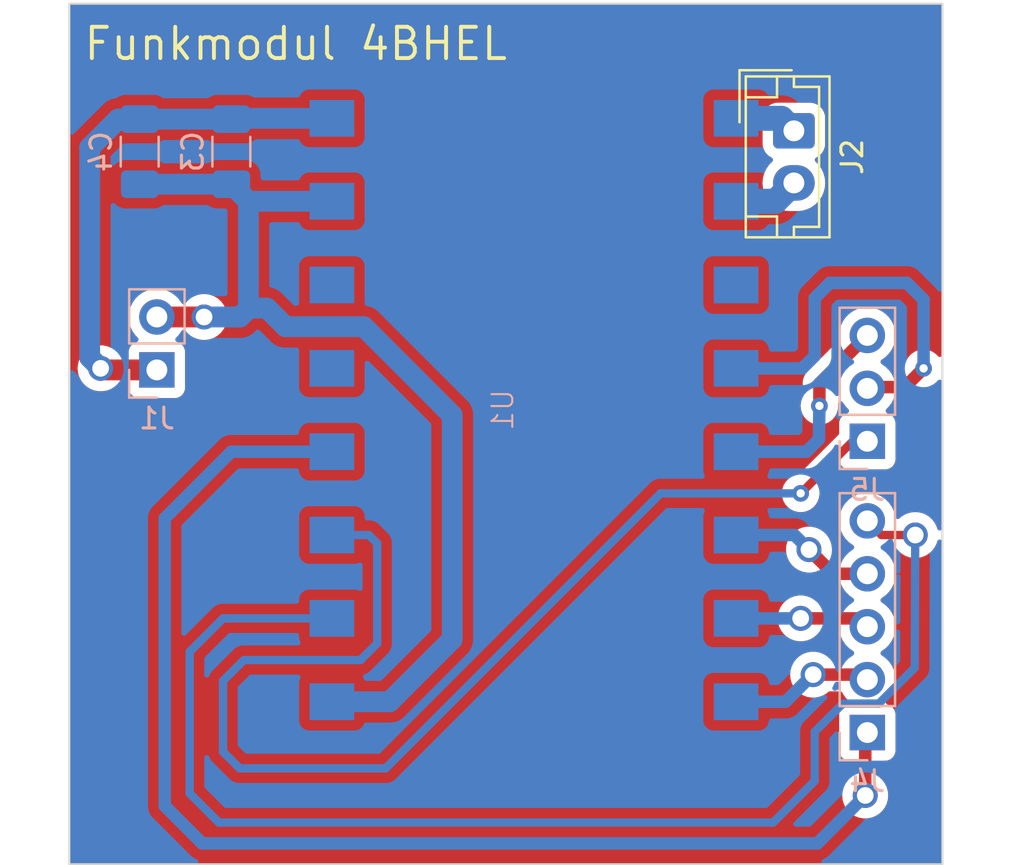
<source format=kicad_pcb>
(kicad_pcb (version 20221018) (generator pcbnew)
  (layers (0 "F.Cu" signal) (1 "In1.Cu" signal) (2 "In2.Cu" signal) (31 "B.Cu" signal) (34 "B.Paste" user) (35 "F.Paste" user) (36 "B.SilkS" user "B.Silkscreen") (37 "F.SilkS" user "F.Silkscreen") (38 "B.Mask" user) (39 "F.Mask" user) (44 "Edge.Cuts" user))
  (net 0 "")
  (net 1 "+5V")
  (net 2 "GND")
  (net 3 "/ESP_5V")
  (net 4 "/SDN")
  (net 5 "/SCLK")
  (net 6 "/SDI")
  (net 7 "/SDO")
  (net 8 "/nSEL")
  (net 9 "/nIRQ")
  (net 10 "/GPIO0")
  (net 11 "/GPIO1")
  (net 12 "/Antenne")
  (net 13 "/gnd")
  (net 14 "/NC_1")
  (net 15 "/NC_2")
  (net 16 "/NC_3")
  (footprint "Connector_JST:JST_EH_B2B-EH-A_1x02_P2.50mm_Vertical" (layer "F.Cu") (at 161.475 87 -90)
    (fp_text reference "J2" (at 1.25 -2.8 90) (layer "F.SilkS"))
    (fp_text value "Conn_01x02_Socket")
    (fp_line (start -2.91 0.11) (end -2.91 2.61) (stroke (width 0.12)) (layer "F.SilkS"))
    (fp_line (start -2.91 2.61) (end -0.41 2.61) (stroke (width 0.12)) (layer "F.SilkS"))
    (fp_line (start -2.61 -1.71) (end -2.61 2.31) (stroke (width 0.12)) (layer "F.SilkS"))
    (fp_line (start -2.61 0) (end -2.11 0) (stroke (width 0.12)) (layer "F.SilkS"))
    (fp_line (start -2.61 0.81) (end -1.61 0.81) (stroke (width 0.12)) (layer "F.SilkS"))
    (fp_line (start -2.61 2.31) (end 5.11 2.31) (stroke (width 0.12)) (layer "F.SilkS"))
    (fp_line (start -2.11 -1.21) (end 4.61 -1.21) (stroke (width 0.12)) (layer "F.SilkS"))
    (fp_line (start -2.11 0) (end -2.11 -1.21) (stroke (width 0.12)) (layer "F.SilkS"))
    (fp_line (start -1.61 0.81) (end -1.61 2.31) (stroke (width 0.12)) (layer "F.SilkS"))
    (fp_line (start 4.11 0.81) (end 4.11 2.31) (stroke (width 0.12)) (layer "F.SilkS"))
    (fp_line (start 4.61 -1.21) (end 4.61 0) (stroke (width 0.12)) (layer "F.SilkS"))
    (fp_line (start 4.61 0) (end 5.11 0) (stroke (width 0.12)) (layer "F.SilkS"))
    (fp_line (start 5.11 -1.71) (end -2.61 -1.71) (stroke (width 0.12)) (layer "F.SilkS"))
    (fp_line (start 5.11 0.81) (end 4.11 0.81) (stroke (width 0.12)) (layer "F.SilkS"))
    (fp_line (start 5.11 2.31) (end 5.11 -1.71) (stroke (width 0.12)) (layer "F.SilkS"))
    (pad "1" thru_hole roundrect (at 0 0 270) (size 1.7 2) (drill 1) (layers "*.Cu" "*.Mask") (roundrect_rratio 0.1470588235))
    (pad "2" thru_hole oval (at 2.5 0 270) (size 1.7 2) (drill 1) (layers "*.Cu" "*.Mask"))
  )
  (footprint "Capacitor_SMD:C_1206_3216Metric_Pad1.33x1.80mm_HandSolder" (layer "B.Cu") (at 130.075 88 -90)
    (fp_text reference "C4" (at 0 1.85 90) (layer "B.SilkS") (effects (justify mirror)))
    (fp_text value "47u")
    (fp_line (start -0.711252 -0.91) (end 0.711252 -0.91) (stroke (width 0.12)) (layer "B.SilkS"))
    (fp_line (start -0.711252 0.91) (end 0.711252 0.91) (stroke (width 0.12)) (layer "B.SilkS"))
    (pad "1" smd roundrect (at -1.5625 0 270) (size 1.325 1.8) (layers "B.Cu" "B.Paste" "B.Mask") (roundrect_rratio 0.1886792453))
    (pad "2" smd roundrect (at 1.5625 0 270) (size 1.325 1.8) (layers "B.Cu" "B.Paste" "B.Mask") (roundrect_rratio 0.1886792453))
  )
  (footprint "Connector_PinHeader_2.54mm:PinHeader_1x02_P2.54mm_Vertical" (layer "B.Cu") (at 130.9 98.475)
    (fp_text reference "J1" (at 0 2.33) (layer "B.SilkS") (effects (justify mirror)))
    (fp_text value "Conn_01x02_Socket")
    (fp_line (start -1.33 -3.87) (end 1.33 -3.87) (stroke (width 0.12)) (layer "B.SilkS"))
    (fp_line (start -1.33 -1.27) (end -1.33 -3.87) (stroke (width 0.12)) (layer "B.SilkS"))
    (fp_line (start -1.33 -1.27) (end 1.33 -1.27) (stroke (width 0.12)) (layer "B.SilkS"))
    (fp_line (start -1.33 0) (end -1.33 1.33) (stroke (width 0.12)) (layer "B.SilkS"))
    (fp_line (start -1.33 1.33) (end 0 1.33) (stroke (width 0.12)) (layer "B.SilkS"))
    (fp_line (start 1.33 -1.27) (end 1.33 -3.87) (stroke (width 0.12)) (layer "B.SilkS"))
    (pad "1" thru_hole rect (at 0 0) (size 1.7 1.7) (drill 1) (layers "*.Cu" "*.Mask") (net 3 "/ESP_5V"))
    (pad "2" thru_hole oval (at 0 -2.54) (size 1.7 1.7) (drill 1) (layers "*.Cu" "*.Mask") (net 2 "GND"))
  )
  (footprint "Capacitor_SMD:C_1206_3216Metric_Pad1.33x1.80mm_HandSolder" (layer "B.Cu") (at 134.475 88 -90)
    (fp_text reference "C3" (at 0 1.85 90) (layer "B.SilkS") (effects (justify mirror)))
    (fp_text value "100n")
    (fp_line (start -0.711252 -0.91) (end 0.711252 -0.91) (stroke (width 0.12)) (layer "B.SilkS"))
    (fp_line (start -0.711252 0.91) (end 0.711252 0.91) (stroke (width 0.12)) (layer "B.SilkS"))
    (pad "1" smd roundrect (at -1.5625 0 270) (size 1.325 1.8) (layers "B.Cu" "B.Paste" "B.Mask") (roundrect_rratio 0.1886792453))
    (pad "2" smd roundrect (at 1.5625 0 270) (size 1.325 1.8) (layers "B.Cu" "B.Paste" "B.Mask") (roundrect_rratio 0.1886792453))
  )
  (footprint "Connector_PinHeader_2.54mm:PinHeader_1x05_P2.54mm_Vertical" (layer "B.Cu") (at 165 115.88)
    (fp_text reference "J4" (at 0 2.33) (layer "B.SilkS") (effects (justify mirror)))
    (fp_text value "Conn_01x05_Socket")
    (fp_line (start -1.33 -11.49) (end 1.33 -11.49) (stroke (width 0.12)) (layer "B.SilkS"))
    (fp_line (start -1.33 -1.27) (end -1.33 -11.49) (stroke (width 0.12)) (layer "B.SilkS"))
    (fp_line (start -1.33 -1.27) (end 1.33 -1.27) (stroke (width 0.12)) (layer "B.SilkS"))
    (fp_line (start -1.33 0) (end -1.33 1.33) (stroke (width 0.12)) (layer "B.SilkS"))
    (fp_line (start -1.33 1.33) (end 0 1.33) (stroke (width 0.12)) (layer "B.SilkS"))
    (fp_line (start 1.33 -1.27) (end 1.33 -11.49) (stroke (width 0.12)) (layer "B.SilkS"))
    (pad "1" thru_hole rect (at 0 0) (size 1.7 1.7) (drill 1) (layers "*.Cu" "*.Mask") (net 4 "/SDN"))
    (pad "2" thru_hole oval (at 0 -2.54) (size 1.7 1.7) (drill 1) (layers "*.Cu" "*.Mask") (net 5 "/SCLK"))
    (pad "3" thru_hole oval (at 0 -5.08) (size 1.7 1.7) (drill 1) (layers "*.Cu" "*.Mask") (net 6 "/SDI"))
    (pad "4" thru_hole oval (at 0 -7.62) (size 1.7 1.7) (drill 1) (layers "*.Cu" "*.Mask") (net 7 "/SDO"))
    (pad "5" thru_hole oval (at 0 -10.16) (size 1.7 1.7) (drill 1) (layers "*.Cu" "*.Mask") (net 8 "/nSEL"))
  )
  (footprint "RF:Si4463" (layer "B.Cu") (at 149 100.4 -90)
    (fp_text reference "U1" (at 0 1.5 90 unlocked) (layer "B.SilkS") (effects (font (thickness 0.1)) (justify mirror)))
    (fp_text value "Si4463_eigen")
    (pad "1" smd rect (at -14 9.7 180) (size 2.143 1.762) (layers "B.Cu" "B.Paste" "B.Mask") (net 1 "+5V"))
    (pad "2" smd rect (at -10.019 9.7 180) (size 2.143 1.762) (layers "B.Cu" "B.Paste" "B.Mask") (net 2 "GND"))
    (pad "3" smd rect (at -6 9.7 180) (size 2.143 1.762) (layers "B.Cu" "B.Paste" "B.Mask") (net 14 "/NC_1"))
    (pad "4" smd rect (at -2 9.7 180) (size 2.143 1.762) (layers "B.Cu" "B.Paste" "B.Mask") (net 15 "/NC_2"))
    (pad "5" smd rect (at 2 9.7 180) (size 2.143 1.762) (layers "B.Cu" "B.Paste" "B.Mask") (net 4 "/SDN"))
    (pad "6" smd rect (at 6 9.7 180) (size 2.143 1.762) (layers "B.Cu" "B.Paste" "B.Mask") (net 9 "/nIRQ"))
    (pad "7" smd rect (at 10 9.7 180) (size 2.143 1.762) (layers "B.Cu" "B.Paste" "B.Mask") (net 8 "/nSEL"))
    (pad "8" smd rect (at 14 9.7 180) (size 2.143 1.762) (layers "B.Cu" "B.Paste" "B.Mask") (net 2 "GND"))
    (pad "9" smd rect (at -14 -9.7 180) (size 2.143 1.762) (layers "B.Cu" "B.Paste" "B.Mask") (net 12 "/Antenne"))
    (pad "10" smd rect (at -10.019 -9.7 180) (size 2.143 1.762) (layers "B.Cu" "B.Paste" "B.Mask") (net 13 "/gnd"))
    (pad "11" smd rect (at -6 -9.7 180) (size 2.143 1.762) (layers "B.Cu" "B.Paste" "B.Mask") (net 16 "/NC_3"))
    (pad "12" smd rect (at -2 -9.7 180) (size 2.143 1.762) (layers "B.Cu" "B.Paste" "B.Mask") (net 10 "/GPIO0"))
    (pad "13" smd rect (at 2 -9.7 180) (size 2.143 1.762) (layers "B.Cu" "B.Paste" "B.Mask") (net 11 "/GPIO1"))
    (pad "14" smd rect (at 6 -9.7 180) (size 2.143 1.762) (layers "B.Cu" "B.Paste" "B.Mask") (net 7 "/SDO"))
    (pad "15" smd rect (at 10 -9.7 180) (size 2.143 1.762) (layers "B.Cu" "B.Paste" "B.Mask") (net 6 "/SDI"))
    (pad "16" smd rect (at 14 -9.7 180) (size 2.143 1.762) (layers "B.Cu" "B.Paste" "B.Mask") (net 5 "/SCLK"))
  )
  (footprint "Connector_PinHeader_2.54mm:PinHeader_1x03_P2.54mm_Vertical" (layer "B.Cu") (at 165 101.9)
    (fp_text reference "J5" (at 0 2.33) (layer "B.SilkS") (effects (justify mirror)))
    (fp_text value "Conn_01x03_Socket")
    (fp_line (start -1.33 -6.41) (end 1.33 -6.41) (stroke (width 0.12)) (layer "B.SilkS"))
    (fp_line (start -1.33 -1.27) (end -1.33 -6.41) (stroke (width 0.12)) (layer "B.SilkS"))
    (fp_line (start -1.33 -1.27) (end 1.33 -1.27) (stroke (width 0.12)) (layer "B.SilkS"))
    (fp_line (start -1.33 0) (end -1.33 1.33) (stroke (width 0.12)) (layer "B.SilkS"))
    (fp_line (start -1.33 1.33) (end 0 1.33) (stroke (width 0.12)) (layer "B.SilkS"))
    (fp_line (start 1.33 -1.27) (end 1.33 -6.41) (stroke (width 0.12)) (layer "B.SilkS"))
    (pad "1" thru_hole rect (at 0 0) (size 1.7 1.7) (drill 1) (layers "*.Cu" "*.Mask") (net 9 "/nIRQ"))
    (pad "2" thru_hole oval (at 0 -2.54) (size 1.7 1.7) (drill 1) (layers "*.Cu" "*.Mask") (net 10 "/GPIO0"))
    (pad "3" thru_hole oval (at 0 -5.08) (size 1.7 1.7) (drill 1) (layers "*.Cu" "*.Mask") (net 11 "/GPIO1"))
  )
  (gr_rect (start 126.7 80.9) (end 168.6 122.2) (stroke (width 0.1)) (fill none) (layer "Edge.Cuts"))
  (gr_text "Funkmodul 4BHEL" (at 127.3 83.7) (layer "F.SilkS") (effects (font (size 1.5 1.5) (thickness 0.1875)) (justify left bottom)))
  (segment (start 133.2 95.9) (end 133.165 95.935) (width 1) (layer "F.Cu") (net 2))
  (segment (start 130.9 95.935) (end 133.165 95.935) (width 1) (layer "F.Cu") (net 2))
  (via (at 133.165 95.935) (size 1.2) (drill 0.8) (layers "F.Cu" "B.Cu") (net 2))
  (segment (start 135.312 95.51) (end 135.2935 95.4915) (width 1) (layer "B.Cu") (net 2))
  (segment (start 139.475 90.381) (end 135.2935 90.381) (width 1) (layer "B.Cu") (net 2))
  (segment (start 134.887 95.935) (end 135.312 95.51) (width 1) (layer "B.Cu") (net 2))
  (segment (start 142.075 114.4) (end 139.475 114.4) (width 1) (layer "B.Cu") (net 2))
  (segment (start 134.475 89.5625) (end 130.075 89.5625) (width 1) (layer "B.Cu") (net 2))
  (segment (start 136.185 95.51) (end 135.312 95.51) (width 1) (layer "B.Cu") (net 2))
  (segment (start 135.2935 90.381) (end 134.475 89.5625) (width 1) (layer "B.Cu") (net 2))
  (segment (start 135.2935 90.381) (end 135.2935 95.4915) (width 1) (layer "B.Cu") (net 2))
  (segment (start 137.075 96.4) (end 140.8275 96.4) (width 1) (layer "B.Cu") (net 2))
  (segment (start 145.075 111.4) (end 142.075 114.4) (width 1) (layer "B.Cu") (net 2))
  (segment (start 140.8275 96.4) (end 145.075 100.6475) (width 1) (layer "B.Cu") (net 2))
  (segment (start 145.075 100.6475) (end 145.075 111.4) (width 1) (layer "B.Cu") (net 2))
  (segment (start 136.185 95.51) (end 137.075 96.4) (width 1) (layer "B.Cu") (net 2))
  (segment (start 133.165 95.935) (end 134.887 95.935) (width 1) (layer "B.Cu") (net 2))
  (segment (start 130.9 98.475) (end 128.275 98.475) (width 1) (layer "F.Cu") (net 3))
  (segment (start 128.275 98.475) (end 128.2 98.4) (width 1) (layer "F.Cu") (net 3))
  (via (at 128.2 98.4) (size 1.2) (drill 0.8) (layers "F.Cu" "B.Cu") (net 3))
  (segment (start 129.0375 86.4375) (end 127.675 87.8) (width 1) (layer "B.Cu") (net 3))
  (segment (start 127.675 87.8) (end 127.675 97.875) (width 1) (layer "B.Cu") (net 3))
  (segment (start 134.5125 86.4) (end 134.475 86.4375) (width 1) (layer "B.Cu") (net 3))
  (segment (start 134.475 86.4375) (end 129.0375 86.4375) (width 1) (layer "B.Cu") (net 3))
  (segment (start 139.475 86.4) (end 134.5125 86.4) (width 1) (layer "B.Cu") (net 3))
  (segment (start 127.675 97.875) (end 128.2 98.4) (width 1) (layer "B.Cu") (net 3))
  (segment (start 164.9 115.88) (end 165.1 115.68) (width 0.6) (layer "F.Cu") (net 4))
  (segment (start 164.9 115.98) (end 165 115.88) (width 0.6) (layer "F.Cu") (net 4))
  (segment (start 164.9 118.9) (end 164.9 115.98) (width 0.6) (layer "F.Cu") (net 4))
  (via (at 164.9 118.9) (size 1.2) (drill 0.8) (layers "F.Cu" "B.Cu") (net 4))
  (segment (start 131.275 119.4) (end 131.275 105.6) (width 0.6) (layer "B.Cu") (net 4))
  (segment (start 162.075 121.2) (end 133.075 121.2) (width 0.6) (layer "B.Cu") (net 4))
  (segment (start 162.075 121.2) (end 162.6 121.2) (width 0.6) (layer "B.Cu") (net 4))
  (segment (start 162.6 121.2) (end 164.9 118.9) (width 0.6) (layer "B.Cu") (net 4))
  (segment (start 133.075 121.2) (end 131.275 119.4) (width 0.6) (layer "B.Cu") (net 4))
  (segment (start 131.275 105.6) (end 134.475 102.4) (width 0.6) (layer "B.Cu") (net 4))
  (segment (start 134.475 102.4) (end 139.475 102.4) (width 0.6) (layer "B.Cu") (net 4))
  (segment (start 164.76 113.1) (end 165 113.34) (width 0.6) (layer "F.Cu") (net 5))
  (segment (start 162.4 113.1) (end 164.76 113.1) (width 0.6) (layer "F.Cu") (net 5))
  (segment (start 162.44 113.14) (end 162.4 113.1) (width 0.6) (layer "F.Cu") (net 5))
  (via (at 162.4 113.1) (size 1.2) (drill 0.8) (layers "F.Cu" "B.Cu") (net 5))
  (segment (start 162.375 113.1) (end 162.4 113.1) (width 0.6) (layer "B.Cu") (net 5))
  (segment (start 162.4 113.1) (end 162.4 113.075) (width 0.6) (layer "B.Cu") (net 5))
  (segment (start 158.875 114.4) (end 161.075 114.4) (width 0.6) (layer "B.Cu") (net 5))
  (segment (start 161.075 114.4) (end 162.375 113.1) (width 0.6) (layer "B.Cu") (net 5))
  (segment (start 162.4 113.075) (end 162.275 113.2) (width 0.6) (layer "B.Cu") (net 5))
  (segment (start 164.6 110.4) (end 165 110.8) (width 0.6) (layer "F.Cu") (net 6))
  (segment (start 162 110.6) (end 161.8 110.4) (width 0.6) (layer "F.Cu") (net 6))
  (segment (start 161.8 110.4) (end 164.6 110.4) (width 0.6) (layer "F.Cu") (net 6))
  (via (at 161.8 110.4) (size 1.2) (drill 0.8) (layers "F.Cu" "B.Cu") (net 6))
  (segment (start 158.675 110.4) (end 161.8 110.4) (width 0.6) (layer "B.Cu") (net 6))
  (segment (start 162.2 107.1) (end 163.36 108.26) (width 0.6) (layer "F.Cu") (net 7))
  (segment (start 163.36 108.26) (end 165 108.26) (width 0.6) (layer "F.Cu") (net 7))
  (via (at 162.2 107.1) (size 1.2) (drill 0.8) (layers "F.Cu" "B.Cu") (net 7))
  (segment (start 158.675 106.4) (end 161.5 106.4) (width 0.6) (layer "B.Cu") (net 7))
  (segment (start 161.5 106.4) (end 162.2 107.1) (width 0.6) (layer "B.Cu") (net 7))
  (segment (start 167.3 106.4) (end 167.3 106.1) (width 0.4) (layer "F.Cu") (net 8))
  (segment (start 167.3 106.4) (end 165.68 106.4) (width 0.4) (layer "F.Cu") (net 8))
  (segment (start 165.68 106.4) (end 165 105.72) (width 0.4) (layer "F.Cu") (net 8))
  (via (at 167.3 106.4) (size 1.2) (drill 0.8) (layers "F.Cu" "B.Cu") (net 8))
  (segment (start 165.552767 114.49) (end 163.825 114.49) (width 0.4) (layer "B.Cu") (net 8))
  (segment (start 167.3 106.4) (end 167.275 112.767767) (width 0.4) (layer "B.Cu") (net 8))
  (segment (start 163.825 114.49) (end 162.475 115.84) (width 0.4) (layer "B.Cu") (net 8))
  (segment (start 167.275 106.4) (end 167.3 106.4) (width 0.4) (layer "B.Cu") (net 8))
  (segment (start 134.075 110.4) (end 139.475 110.4) (width 0.4) (layer "B.Cu") (net 8))
  (segment (start 162.475 118.2) (end 160.475 120.2) (width 0.4) (layer "B.Cu") (net 8))
  (segment (start 133.875 120.2) (end 132.475 118.8) (width 0.4) (layer "B.Cu") (net 8))
  (segment (start 132.475 118.8) (end 132.475 112) (width 0.4) (layer "B.Cu") (net 8))
  (segment (start 132.475 112) (end 134.075 110.4) (width 0.4) (layer "B.Cu") (net 8))
  (segment (start 167.275 112.767767) (end 165.552767 114.49) (width 0.4) (layer "B.Cu") (net 8))
  (segment (start 162.475 115.84) (end 162.475 118.2) (width 0.4) (layer "B.Cu") (net 8))
  (segment (start 160.475 120.2) (end 133.875 120.2) (width 0.4) (layer "B.Cu") (net 8))
  (segment (start 161.8 104.4) (end 164.3 101.9) (width 0.4) (layer "F.Cu") (net 9))
  (segment (start 164.3 101.9) (end 165 101.9) (width 0.4) (layer "F.Cu") (net 9))
  (via (at 161.8 104.4) (size 0.8) (drill 0.4) (layers "F.Cu" "B.Cu") (net 9))
  (segment (start 134.075 113.4) (end 135.075 112.4) (width 0.4) (layer "B.Cu") (net 9))
  (segment (start 141.075 106.4) (end 139.475 106.4) (width 0.4) (layer "B.Cu") (net 9))
  (segment (start 155.075 104.4) (end 141.875 117.6) (width 0.4) (layer "B.Cu") (net 9))
  (segment (start 134.875 117.6) (end 134.075 116.8) (width 0.4) (layer "B.Cu") (net 9))
  (segment (start 134.075 116.8) (end 134.075 113.4) (width 0.4) (layer "B.Cu") (net 9))
  (segment (start 164.3 101.9) (end 165 101.9) (width 0.4) (layer "B.Cu") (net 9))
  (segment (start 135.075 112.4) (end 140.675 112.4) (width 0.4) (layer "B.Cu") (net 9))
  (segment (start 141.475 106.8) (end 141.075 106.4) (width 0.4) (layer "B.Cu") (net 9))
  (segment (start 141.875 117.6) (end 134.875 117.6) (width 0.4) (layer "B.Cu") (net 9))
  (segment (start 155.075 104.4) (end 161.8 104.4) (width 0.4) (layer "B.Cu") (net 9))
  (segment (start 141.475 111.6) (end 141.475 106.8) (width 0.4) (layer "B.Cu") (net 9))
  (segment (start 140.675 112.4) (end 141.475 111.6) (width 0.4) (layer "B.Cu") (net 9))
  (segment (start 165.06 99.3) (end 165 99.36) (width 0.6) (layer "F.Cu") (net 10))
  (segment (start 167.7 98.4) (end 166.8 99.3) (width 0.6) (layer "F.Cu") (net 10))
  (segment (start 166.8 99.3) (end 165.06 99.3) (width 0.6) (layer "F.Cu") (net 10))
  (via (at 167.7 98.4) (size 0.8) (drill 0.4) (layers "F.Cu" "B.Cu") (net 10))
  (segment (start 162.475 95.025) (end 163.2 94.3) (width 0.6) (layer "B.Cu") (net 10))
  (segment (start 161.875 98.4) (end 162.475 97.8) (width 0.6) (layer "B.Cu") (net 10))
  (segment (start 163.2 94.3) (end 166.9 94.3) (width 0.6) (layer "B.Cu") (net 10))
  (segment (start 166.9 94.3) (end 167.7 95.1) (width 0.6) (layer "B.Cu") (net 10))
  (segment (start 167.7 98.4) (end 167.7 98.3) (width 0.6) (layer "B.Cu") (net 10))
  (segment (start 167.7 95.1) (end 167.7 98.4) (width 0.6) (layer "B.Cu") (net 10))
  (segment (start 158.875 98.4) (end 161.875 98.4) (width 0.6) (layer "B.Cu") (net 10))
  (segment (start 162.475 97.8) (end 162.475 95.025) (width 0.6) (layer "B.Cu") (net 10))
  (segment (start 162.7 100.2) (end 162.7 99.12) (width 0.6) (layer "F.Cu") (net 11))
  (segment (start 162.7 99.12) (end 165 96.82) (width 0.6) (layer "F.Cu") (net 11))
  (via (at 162.7 100.2) (size 0.8) (drill 0.4) (layers "F.Cu" "B.Cu") (net 11))
  (segment (start 162.7 100.2) (end 162.675 100.325) (width 0.6) (layer "B.Cu") (net 11))
  (segment (start 162.675 101.8) (end 162.7 100.2) (width 0.6) (layer "B.Cu") (net 11))
  (segment (start 162.675 101.8) (end 162.075 102.4) (width 0.6) (layer "B.Cu") (net 11))
  (segment (start 162.075 102.4) (end 158.875 102.4) (width 0.6) (layer "B.Cu") (net 11))
  (segment (start 160.875 86.4) (end 161.475 87) (width 1.2) (layer "B.Cu") (net 12))
  (segment (start 158.875 86.4) (end 160.875 86.4) (width 1.2) (layer "B.Cu") (net 12))
  (segment (start 160.594 90.381) (end 161.475 89.5) (width 1.2) (layer "B.Cu") (net 13))
  (segment (start 158.875 90.381) (end 160.594 90.381) (width 1.2) (layer "B.Cu") (net 13))
  (zone (net 0) (net_name "") (layer "F.Cu") (priority 1) (connect_pads (clearance 0.5)) (min_thickness 0.25) (fill yes (thermal_gap 0.5) (thermal_bridge_width 0.5) (island_removal_mode 1) (island_area_min 10))
    (polygon (pts (xy 126.7 80.9) (xy 168.6 80.9) (xy 168.6 122.2) (xy 126.7 122.2)))
  )
  (zone (net 0) (net_name "") (layer "B.Cu") (connect_pads (clearance 0.5)) (min_thickness 0.25) (fill yes (thermal_gap 0.5) (thermal_bridge_width 0.5) (island_removal_mode 1) (island_area_min 10))
    (polygon (pts (xy 126.7 80.9) (xy 168.6 80.9) (xy 168.6 122.2) (xy 126.7 122.2)))
  )
)
</source>
